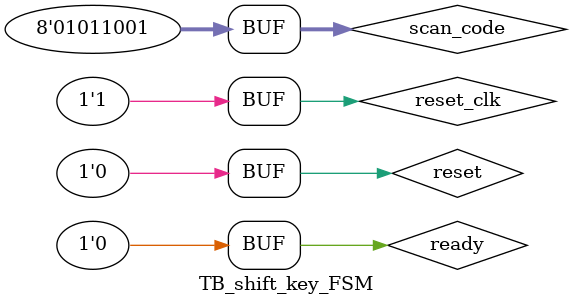
<source format=v>
`timescale 1 ns/100 ps
module clkgen(input reset, output reg clk);
	always
		begin
		
		if(reset==1'b0)
		#1	clk=1'b0;
		else
		#5	clk = !clk;
		end
endmodule



module  TB_shift_key_FSM();

wire clk, uppercase;
reg reset_clk,reset,ready;
reg [7:0] scan_code; 

clkgen inputs( reset_clk, clk);

shift_key_FSM test(	.clk(clk),		//input wire clk,
					.reset(reset),	//input wire reset,
					.ready(ready),	//input wire ready,
					.scan_code(scan_code),	//input wire [7:0] scan_code, 
					.uppercase(uppercase)	//output wire uppercase // goes high when we are in upper case state. Used by chat module
							);

initial begin
ready=1;
reset_clk=1'd0;
#10;
reset_clk=1'd1;
#10
reset=1'h1;
#10;
reset=1'h0;
#10;
scan_code=8'h12;
#10
ready=0;
#10
ready=1;
scan_code=8'h19;
#10
ready=0;
#10;
ready=1;
scan_code=8'h59;
#10
ready=0;
#10;

end
							
endmodule
</source>
